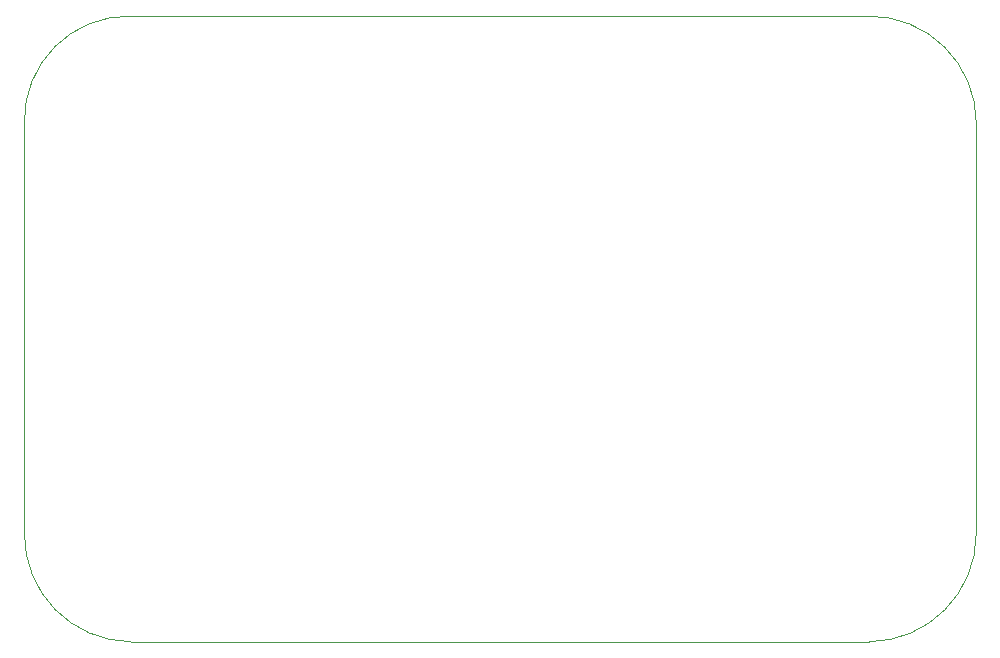
<source format=gm1>
G04 #@! TF.GenerationSoftware,KiCad,Pcbnew,(6.0.9)*
G04 #@! TF.CreationDate,2022-11-27T02:50:24+01:00*
G04 #@! TF.ProjectId,ll-irm-psu-board,6c6c2d69-726d-42d7-9073-752d626f6172,0.1*
G04 #@! TF.SameCoordinates,Original*
G04 #@! TF.FileFunction,Profile,NP*
%FSLAX46Y46*%
G04 Gerber Fmt 4.6, Leading zero omitted, Abs format (unit mm)*
G04 Created by KiCad (PCBNEW (6.0.9)) date 2022-11-27 02:50:24*
%MOMM*%
%LPD*%
G01*
G04 APERTURE LIST*
G04 #@! TA.AperFunction,Profile*
%ADD10C,0.100000*%
G04 #@! TD*
G04 APERTURE END LIST*
D10*
X60160000Y-79540000D02*
X60160000Y-44750000D01*
X69160000Y-88720000D02*
X131650000Y-88720000D01*
X69160000Y-35750000D02*
X131650000Y-35750000D01*
X140750000Y-44750000D02*
G75*
G03*
X131650000Y-35750000I-9050000J-50000D01*
G01*
X140750000Y-44750000D02*
X140750000Y-79540000D01*
X131650000Y-88720000D02*
G75*
G03*
X140750000Y-79540000I-40000J9140000D01*
G01*
X60160000Y-79540000D02*
G75*
G03*
X69160000Y-88720000I9090000J-90000D01*
G01*
X69160000Y-35750000D02*
G75*
G03*
X60160000Y-44750000I-184660J-8815340D01*
G01*
M02*

</source>
